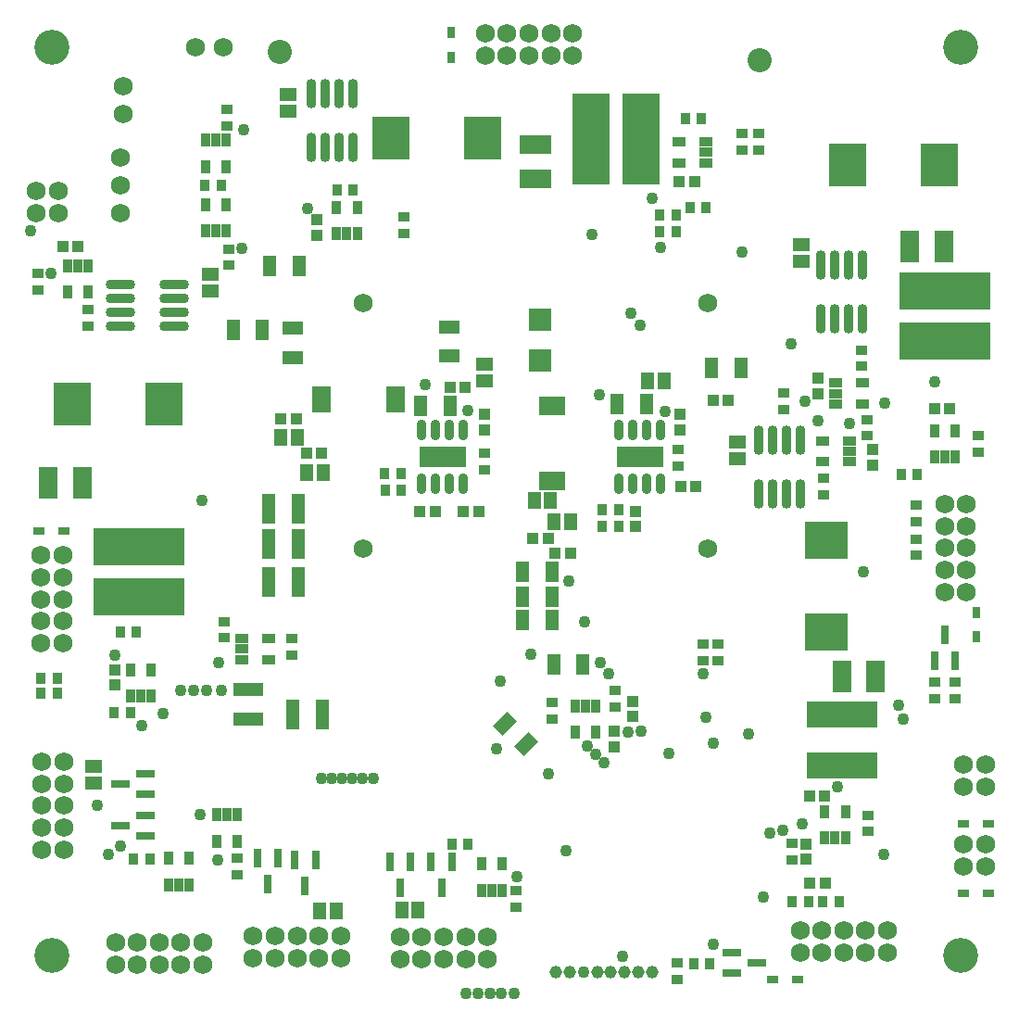
<source format=gbr>
%TF.GenerationSoftware,Altium Limited,Altium Designer,18.1.7 (191)*%
G04 Layer_Color=8388736*
%FSLAX45Y45*%
%MOMM*%
%TF.FileFunction,Soldermask,Top*%
%TF.Part,Single*%
G01*
G75*
%TA.AperFunction,SMDPad,CuDef*%
%ADD76R,1.65320X0.80320*%
%ADD77R,1.60320X1.30320*%
%ADD78R,0.80320X1.65320*%
%ADD79R,1.10320X0.90320*%
%ADD80R,1.30320X1.60320*%
%ADD83R,0.90320X1.10320*%
%ADD84R,1.30320X0.85320*%
%ADD85R,1.00320X1.10320*%
%ADD86R,1.10320X1.00320*%
%TA.AperFunction,ViaPad*%
%ADD87C,3.20320*%
%TA.AperFunction,ComponentPad*%
%ADD88C,1.72720*%
%TA.AperFunction,ViaPad*%
%ADD89C,2.20320*%
%TA.AperFunction,ComponentPad*%
%ADD90C,1.15320*%
%ADD91C,1.10320*%
%TA.AperFunction,ViaPad*%
%ADD92C,1.10320*%
%TA.AperFunction,SMDPad,CuDef*%
%ADD98R,4.20320X1.95320*%
%ADD99O,0.90320X1.90320*%
%ADD100R,0.85320X1.30320*%
%ADD101R,2.15320X2.10320*%
%ADD102O,0.90320X2.70320*%
%ADD103O,2.70320X0.90320*%
%ADD104R,3.90320X3.50320*%
%ADD105R,3.50320X8.40320*%
%ADD106R,8.40320X3.50320*%
%ADD107R,1.30320X2.80320*%
%ADD108R,1.70320X3.00320*%
%ADD109R,3.00320X1.70320*%
%ADD110R,6.50320X2.40320*%
%ADD111R,1.80320X2.40320*%
%ADD112R,2.40320X1.80320*%
%ADD113R,3.50320X3.90320*%
%ADD114R,1.05320X0.65320*%
%ADD115R,0.65320X1.05320*%
%ADD116R,1.30320X1.90320*%
%ADD117R,1.90320X1.30320*%
G04:AMPARAMS|DCode=118|XSize=1.9032mm|YSize=1.3032mm|CornerRadius=0mm|HoleSize=0mm|Usage=FLASHONLY|Rotation=45.000|XOffset=0mm|YOffset=0mm|HoleType=Round|Shape=Rectangle|*
%AMROTATEDRECTD118*
4,1,4,-0.21213,-1.13364,-1.13364,-0.21213,0.21213,1.13364,1.13364,0.21213,-0.21213,-1.13364,0.0*
%
%ADD118ROTATEDRECTD118*%

%ADD119R,2.80320X1.30320*%
D76*
X2752501Y3699998D02*
D03*
X2987502Y3794999D02*
D03*
Y3605002D02*
D03*
X2752501Y3319998D02*
D03*
X2987502Y3415000D02*
D03*
Y3225002D02*
D03*
X8574999Y2067499D02*
D03*
X8339999Y1972498D02*
D03*
Y2162500D02*
D03*
D77*
X4289999Y9847499D02*
D03*
Y9997501D02*
D03*
X8395000Y6669999D02*
D03*
Y6820002D02*
D03*
X8980002Y8627501D02*
D03*
Y8477499D02*
D03*
X3577499Y8355000D02*
D03*
Y8204998D02*
D03*
X2514529Y3707501D02*
D03*
Y3857498D02*
D03*
X6087501Y7384999D02*
D03*
Y7535001D02*
D03*
D78*
X4540001Y3007502D02*
D03*
X4349999D02*
D03*
X4445000Y2772501D02*
D03*
X5407503Y2990002D02*
D03*
X5217500D02*
D03*
X5312501Y2755001D02*
D03*
X4194998Y3019999D02*
D03*
X4005001D02*
D03*
X4100002Y2784998D02*
D03*
X10290002Y5064999D02*
D03*
X10384998Y4829998D02*
D03*
X10195001D02*
D03*
X5785002Y2990002D02*
D03*
X5595000D02*
D03*
X5690001Y2755001D02*
D03*
D79*
X4320002Y4877501D02*
D03*
Y5027498D02*
D03*
X8219999Y4824999D02*
D03*
Y4975001D02*
D03*
X3825001Y2872501D02*
D03*
Y3022498D02*
D03*
X6374999Y2577501D02*
D03*
Y2727498D02*
D03*
X7844998Y2062500D02*
D03*
Y1912498D02*
D03*
X10384998Y4477502D02*
D03*
Y4627499D02*
D03*
X6700002Y4442501D02*
D03*
Y4292498D02*
D03*
X7280001Y4555002D02*
D03*
Y4405000D02*
D03*
X3745001Y8437499D02*
D03*
Y8587501D02*
D03*
X3707501Y5184999D02*
D03*
Y5035001D02*
D03*
X3732500Y9715002D02*
D03*
Y9864999D02*
D03*
X9182501Y6492499D02*
D03*
Y6342502D02*
D03*
X8894999Y3004998D02*
D03*
Y3155000D02*
D03*
X9582501Y6880001D02*
D03*
Y7029999D02*
D03*
X9592498Y3265002D02*
D03*
Y3415000D02*
D03*
X10195001Y4480001D02*
D03*
Y4629998D02*
D03*
X5350002Y8732500D02*
D03*
Y8882502D02*
D03*
X8587501Y9642500D02*
D03*
Y9492498D02*
D03*
X8439998Y9492503D02*
D03*
Y9642500D02*
D03*
X2462500Y8035000D02*
D03*
Y7884998D02*
D03*
X2000001Y8362498D02*
D03*
Y8212501D02*
D03*
X9532498Y7515001D02*
D03*
Y7664999D02*
D03*
X8819998Y7120001D02*
D03*
Y7269998D02*
D03*
X10027498Y5787502D02*
D03*
Y5937499D02*
D03*
Y6099998D02*
D03*
Y6250000D02*
D03*
X10595000Y6732499D02*
D03*
Y6882501D02*
D03*
X6079998Y6572499D02*
D03*
Y6722501D02*
D03*
X7852501Y6607500D02*
D03*
Y6757502D02*
D03*
X8077500Y4824999D02*
D03*
Y4975001D02*
D03*
D80*
X4729998Y2537501D02*
D03*
X4580001D02*
D03*
X6537503Y6287501D02*
D03*
X6687500D02*
D03*
X4222501Y6865000D02*
D03*
X4372498D02*
D03*
X5477500Y2549997D02*
D03*
X5327498D02*
D03*
X7724999Y7380000D02*
D03*
X7575001D02*
D03*
X4457502Y6547500D02*
D03*
X4607499D02*
D03*
X6872498Y6092500D02*
D03*
X6722501D02*
D03*
D83*
X5175001Y6385001D02*
D03*
X5324998D02*
D03*
X5322499Y6540002D02*
D03*
X5172502D02*
D03*
X7157502Y6205002D02*
D03*
X7307499D02*
D03*
Y6052500D02*
D03*
X7157502D02*
D03*
X5785002Y3150001D02*
D03*
X5935000D02*
D03*
X8897498Y2627498D02*
D03*
X9047500D02*
D03*
X9172499D02*
D03*
X9322501D02*
D03*
X7995001Y2057502D02*
D03*
X8144998D02*
D03*
X8067497Y9780001D02*
D03*
X7917500D02*
D03*
X2697500Y4347500D02*
D03*
X2847503D02*
D03*
X2752501Y5089997D02*
D03*
X2902499D02*
D03*
X9889998Y6530000D02*
D03*
X10040000D02*
D03*
X2027499Y4667499D02*
D03*
X2177501D02*
D03*
Y4527499D02*
D03*
X2027499D02*
D03*
X8110002Y8962502D02*
D03*
X7959999D02*
D03*
X4884999Y9130000D02*
D03*
X4735002D02*
D03*
X3527501Y9169999D02*
D03*
X3677498D02*
D03*
X3024998Y3017500D02*
D03*
X2875001D02*
D03*
X7684999Y8750000D02*
D03*
X7835001D02*
D03*
X7684999Y8894999D02*
D03*
X7835001D02*
D03*
D84*
X9534997Y7362500D02*
D03*
Y7172503D02*
D03*
X9294998D02*
D03*
Y7267499D02*
D03*
Y7362500D02*
D03*
X7864998Y9375003D02*
D03*
Y9565000D02*
D03*
X8104998D02*
D03*
Y9469999D02*
D03*
Y9375003D02*
D03*
X9417502Y6645001D02*
D03*
Y6740002D02*
D03*
Y6834998D02*
D03*
X9177498D02*
D03*
Y6645001D02*
D03*
X3867501Y5027498D02*
D03*
Y4932502D02*
D03*
Y4837501D02*
D03*
X4107500D02*
D03*
Y5027498D02*
D03*
D85*
X8017500Y6420002D02*
D03*
X7877500D02*
D03*
X5632501Y6192500D02*
D03*
X5492501D02*
D03*
X6030001Y6185002D02*
D03*
X5890001D02*
D03*
X8004998Y9205001D02*
D03*
X7864998D02*
D03*
X9052499Y3590000D02*
D03*
X9192499D02*
D03*
X10337500Y7132498D02*
D03*
X10197501D02*
D03*
X2227499Y8610001D02*
D03*
X2367498D02*
D03*
X9197497Y2792501D02*
D03*
X9057498D02*
D03*
X8172501Y7207499D02*
D03*
X8312501D02*
D03*
X5767502Y7327499D02*
D03*
X5907502D02*
D03*
X4362501Y7037502D02*
D03*
X4222501D02*
D03*
X4457502Y6720002D02*
D03*
X4597502D02*
D03*
X6729999Y5805002D02*
D03*
X6869999D02*
D03*
X6667500Y5939998D02*
D03*
X6527500D02*
D03*
D86*
X7460000Y6192500D02*
D03*
Y6052500D02*
D03*
X7872501Y6937502D02*
D03*
Y7077502D02*
D03*
X6087501Y6935003D02*
D03*
Y7075002D02*
D03*
X9632498Y6614998D02*
D03*
Y6754998D02*
D03*
X2704998Y4605000D02*
D03*
Y4744999D02*
D03*
X9132499Y7407499D02*
D03*
Y7267499D02*
D03*
X4554997Y8712500D02*
D03*
Y8852499D02*
D03*
X9025001Y3010002D02*
D03*
Y3150001D02*
D03*
X7437501Y4314998D02*
D03*
Y4455003D02*
D03*
X7272498Y4182501D02*
D03*
Y4042501D02*
D03*
D87*
X2130000Y2130000D02*
D03*
X10435001Y2132498D02*
D03*
X10435000Y10435001D02*
D03*
X2129998D02*
D03*
D88*
X3970000Y2109196D02*
D03*
Y2309195D02*
D03*
X4169999Y2109196D02*
D03*
Y2309195D02*
D03*
X4369999Y2109196D02*
D03*
Y2309195D02*
D03*
X4569998Y2109196D02*
D03*
Y2309195D02*
D03*
X4769998Y2109196D02*
D03*
Y2309195D02*
D03*
X2710002Y2049998D02*
D03*
Y2249998D02*
D03*
X2910002Y2049998D02*
D03*
Y2249998D02*
D03*
X3110001Y2049998D02*
D03*
Y2249998D02*
D03*
X3310001Y2049998D02*
D03*
Y2249998D02*
D03*
X3510001Y2049998D02*
D03*
Y2249998D02*
D03*
X2240001Y3102498D02*
D03*
X2040001D02*
D03*
X2240001Y3302498D02*
D03*
X2040001D02*
D03*
X2240001Y3502503D02*
D03*
X2040001D02*
D03*
X2240001Y3702502D02*
D03*
X2040001D02*
D03*
X2240001Y3902502D02*
D03*
X2040001D02*
D03*
X2184999Y8914999D02*
D03*
Y9114998D02*
D03*
X1985000Y8914999D02*
D03*
Y9114998D02*
D03*
X2760000Y8915999D02*
D03*
Y9169999D02*
D03*
Y9423999D02*
D03*
X8967500Y2162500D02*
D03*
Y2362500D02*
D03*
X9167500Y2162500D02*
D03*
Y2362500D02*
D03*
X9367500Y2162500D02*
D03*
Y2362500D02*
D03*
X9567499Y2162500D02*
D03*
Y2362500D02*
D03*
X9767499Y2162500D02*
D03*
Y2362500D02*
D03*
X10459999Y3147502D02*
D03*
Y2947502D02*
D03*
X10659999Y3147502D02*
D03*
Y2947502D02*
D03*
X2777500Y9824999D02*
D03*
Y10077501D02*
D03*
X2027499Y4987498D02*
D03*
Y5187498D02*
D03*
Y5587502D02*
D03*
X2227499Y5187498D02*
D03*
X2027499Y5387503D02*
D03*
X2227499Y4987498D02*
D03*
Y5387503D02*
D03*
X2027499Y5787502D02*
D03*
X2227499Y5587502D02*
D03*
Y5787502D02*
D03*
X10490002Y5455001D02*
D03*
X10290002D02*
D03*
X10490002Y5655000D02*
D03*
X10290002D02*
D03*
X10490002Y5855000D02*
D03*
X10290002D02*
D03*
X10490002Y6054999D02*
D03*
X10290002D02*
D03*
X10490002Y6254999D02*
D03*
X10290002D02*
D03*
X5310002Y2300000D02*
D03*
Y2100001D02*
D03*
X5510002Y2300000D02*
D03*
Y2100001D02*
D03*
X5710001Y2300000D02*
D03*
Y2100001D02*
D03*
X5910001Y2300000D02*
D03*
Y2100001D02*
D03*
X6110000Y2300000D02*
D03*
Y2100001D02*
D03*
X3439998Y10432501D02*
D03*
X3692500D02*
D03*
X6889999Y10557500D02*
D03*
Y10357500D02*
D03*
X6689999Y10557500D02*
D03*
Y10357500D02*
D03*
X6490000Y10557500D02*
D03*
Y10357500D02*
D03*
X6290000Y10557500D02*
D03*
Y10357500D02*
D03*
X6090001Y10557500D02*
D03*
Y10357500D02*
D03*
X10462499Y3874999D02*
D03*
Y3674999D02*
D03*
X10662498Y3874999D02*
D03*
Y3674999D02*
D03*
X8124998Y5850001D02*
D03*
Y8090002D02*
D03*
X4975001D02*
D03*
Y5850001D02*
D03*
D89*
X8594999Y10310002D02*
D03*
X4212499Y10387498D02*
D03*
D90*
X7612502Y1982500D02*
D03*
X7487498D02*
D03*
X7362500D02*
D03*
X7237501D02*
D03*
X7112498D02*
D03*
X6862501D02*
D03*
X6737502D02*
D03*
D91*
X6987499D02*
D03*
D92*
X2647498Y3052501D02*
D03*
X2755001Y3130001D02*
D03*
X3647501Y3007502D02*
D03*
X5067498Y3750000D02*
D03*
X4964999D02*
D03*
X4687499Y3747501D02*
D03*
X4782500Y3750000D02*
D03*
X4592498D02*
D03*
X4869998D02*
D03*
X8882502Y7722499D02*
D03*
X8439998Y8559998D02*
D03*
X9545000Y5642498D02*
D03*
X7145000Y4807499D02*
D03*
X7135002Y7257501D02*
D03*
X7772502Y3980002D02*
D03*
X7515001Y4182501D02*
D03*
X6377498Y2850002D02*
D03*
X1932498Y8754999D02*
D03*
X6197498Y4020002D02*
D03*
X6230000Y4637502D02*
D03*
X8990000Y3337499D02*
D03*
X7509998Y7887503D02*
D03*
X7420000Y8004998D02*
D03*
X9867499Y4417502D02*
D03*
X7344999Y2125000D02*
D03*
X6667500Y3790000D02*
D03*
X5912500Y1785000D02*
D03*
X8630001Y2664998D02*
D03*
X7395002Y4172499D02*
D03*
X5539999Y7347499D02*
D03*
X8175000Y2235002D02*
D03*
X9132499Y7020001D02*
D03*
X3867501Y8590001D02*
D03*
X3652500Y4812502D02*
D03*
X4462501Y8954999D02*
D03*
X7612502Y9047500D02*
D03*
X9010000Y7195002D02*
D03*
X9907499Y4294998D02*
D03*
X9417502Y6995003D02*
D03*
X2122500Y8362498D02*
D03*
X7217501Y4709998D02*
D03*
X3882502Y9675002D02*
D03*
X8499998Y4157502D02*
D03*
X7067499Y8722502D02*
D03*
X8107502Y4309999D02*
D03*
X8077500Y4709998D02*
D03*
X6997502Y5180000D02*
D03*
X6825000Y3087502D02*
D03*
X3487501Y3417499D02*
D03*
X2950002Y4234998D02*
D03*
X2547498Y3507501D02*
D03*
X8175000Y4069999D02*
D03*
X9735002Y3055000D02*
D03*
X6507500Y4884999D02*
D03*
X6849999Y5555000D02*
D03*
X5927501Y7115002D02*
D03*
X7735001Y7102500D02*
D03*
X8807501Y3277499D02*
D03*
X8690000Y3255000D02*
D03*
X10197501Y7372502D02*
D03*
X7690002Y8602502D02*
D03*
X3147502Y4340001D02*
D03*
X3499998Y6290000D02*
D03*
X2704998Y4877501D02*
D03*
X9745000Y7180001D02*
D03*
X6357498Y1785000D02*
D03*
X6239998D02*
D03*
X6132500D02*
D03*
X6027501D02*
D03*
X7025000Y4045001D02*
D03*
X7178751Y3898753D02*
D03*
X7102500Y3970000D02*
D03*
X9312499Y3672500D02*
D03*
X3305002Y4552498D02*
D03*
X3422498Y4555002D02*
D03*
X3542502Y4552498D02*
D03*
X3677498D02*
D03*
D98*
X7502500Y6689999D02*
D03*
X5702498Y6692499D02*
D03*
D99*
X7309201Y6439042D02*
D03*
X7436201D02*
D03*
X7563201D02*
D03*
X7690201D02*
D03*
X7309201Y6934043D02*
D03*
X7436201D02*
D03*
X7563201D02*
D03*
X7690201D02*
D03*
X5890199Y6936542D02*
D03*
X5763199D02*
D03*
X5636199D02*
D03*
X5509199D02*
D03*
X5890199Y6441542D02*
D03*
X5763199D02*
D03*
X5636199D02*
D03*
X5509199D02*
D03*
D100*
X3822502Y3177499D02*
D03*
X3632500D02*
D03*
Y3417499D02*
D03*
X3727501D02*
D03*
X3822502D02*
D03*
X3722502Y9342501D02*
D03*
X3532500D02*
D03*
Y9582501D02*
D03*
X3627501D02*
D03*
X3722502D02*
D03*
X3532500Y8994999D02*
D03*
X3722502D02*
D03*
Y8754999D02*
D03*
X3627501D02*
D03*
X3532500D02*
D03*
X9192499Y3450001D02*
D03*
X9382501D02*
D03*
Y3210001D02*
D03*
X9287500D02*
D03*
X9192499D02*
D03*
X2847503Y4742500D02*
D03*
X3037500D02*
D03*
Y4502501D02*
D03*
X2942499D02*
D03*
X2847503D02*
D03*
X10197501Y6925000D02*
D03*
X10387498D02*
D03*
Y6685001D02*
D03*
X10292502D02*
D03*
X10197501D02*
D03*
X4729998Y8730000D02*
D03*
X4824999D02*
D03*
X4920000D02*
D03*
Y8970000D02*
D03*
X4729998D02*
D03*
X2460000Y8435000D02*
D03*
X2364999D02*
D03*
X2269998D02*
D03*
Y8195000D02*
D03*
X2460000D02*
D03*
X6054999Y2730002D02*
D03*
X6150000D02*
D03*
X6245001D02*
D03*
Y2970002D02*
D03*
X6054999D02*
D03*
X7100001Y4169999D02*
D03*
X6909999D02*
D03*
Y4409999D02*
D03*
X7005000D02*
D03*
X7100001D02*
D03*
X3195000Y3019999D02*
D03*
X3385002D02*
D03*
Y2780000D02*
D03*
X3290001D02*
D03*
X3195000D02*
D03*
D101*
X6592499Y7942499D02*
D03*
Y7567498D02*
D03*
D102*
X9535500Y8439998D02*
D03*
X9408500D02*
D03*
X9281500D02*
D03*
X9154500D02*
D03*
X9535500Y7950002D02*
D03*
X9408500D02*
D03*
X9281500D02*
D03*
X9154500D02*
D03*
X8970498Y6840002D02*
D03*
X8843498D02*
D03*
X8716498D02*
D03*
X8589498D02*
D03*
X8970498Y6350000D02*
D03*
X8843498D02*
D03*
X8716498D02*
D03*
X8589498D02*
D03*
X4882998Y10007503D02*
D03*
X4755998D02*
D03*
X4628998D02*
D03*
X4501998D02*
D03*
X4882998Y9517502D02*
D03*
X4755998D02*
D03*
X4628998D02*
D03*
X4501998D02*
D03*
D103*
X3250001Y7879502D02*
D03*
Y8006502D02*
D03*
Y8133502D02*
D03*
Y8260502D02*
D03*
X2760000Y7879502D02*
D03*
Y8006502D02*
D03*
Y8133502D02*
D03*
Y8260502D02*
D03*
D104*
X9207500Y5090003D02*
D03*
Y5930001D02*
D03*
D105*
X7515001Y9589999D02*
D03*
X7054997D02*
D03*
D106*
X2924998Y5410002D02*
D03*
Y5870001D02*
D03*
X10290002Y8207502D02*
D03*
Y7747498D02*
D03*
D107*
X4334998Y4337502D02*
D03*
X4605000D02*
D03*
X4382501Y6217498D02*
D03*
X4112499D02*
D03*
X4385000Y5890001D02*
D03*
X4114998D02*
D03*
X4385000Y5547502D02*
D03*
X4114998D02*
D03*
D108*
X9349999Y4680001D02*
D03*
X9660001D02*
D03*
X2404999Y6450000D02*
D03*
X2095002D02*
D03*
X10282499Y8610001D02*
D03*
X9972502D02*
D03*
D109*
X6545001Y9542501D02*
D03*
Y9232499D02*
D03*
D110*
X9349999Y3872499D02*
D03*
Y4332498D02*
D03*
D111*
X5272502Y7215002D02*
D03*
X4592498D02*
D03*
D112*
X6700002Y7152498D02*
D03*
Y6472499D02*
D03*
D113*
X10242499Y9352498D02*
D03*
X9402501D02*
D03*
X2317501Y7167499D02*
D03*
X3157499D02*
D03*
X6065002Y9602500D02*
D03*
X5224998D02*
D03*
D114*
X2012498Y6010001D02*
D03*
X2237501D02*
D03*
X8717498Y1917502D02*
D03*
X8942502D02*
D03*
X10464998Y3337499D02*
D03*
X10690001D02*
D03*
X10462499Y2697500D02*
D03*
X10687502D02*
D03*
D115*
X5779999Y10337500D02*
D03*
Y10562499D02*
D03*
X10579999Y5044999D02*
D03*
Y5270002D02*
D03*
D116*
X4389999Y8432500D02*
D03*
X4120002D02*
D03*
X7297501Y7172498D02*
D03*
X7567498D02*
D03*
X8430001Y7504999D02*
D03*
X8159999D02*
D03*
X5501198Y7155002D02*
D03*
X5771200D02*
D03*
X3785001Y7847498D02*
D03*
X4054998D02*
D03*
X6432499Y5635000D02*
D03*
X6702501D02*
D03*
X6430000Y5410002D02*
D03*
X6700002D02*
D03*
X6427500Y5197500D02*
D03*
X6697502D02*
D03*
X6714998Y4792502D02*
D03*
X6985000D02*
D03*
D117*
X4334998Y7862499D02*
D03*
Y7592502D02*
D03*
X5762498Y7877500D02*
D03*
Y7607498D02*
D03*
D118*
X6272042Y4252961D02*
D03*
X6462959Y4062039D02*
D03*
D119*
X3925001Y4560001D02*
D03*
Y4289999D02*
D03*
%TF.MD5,a2b104754d4170015506d69e79fd3720*%
M02*

</source>
